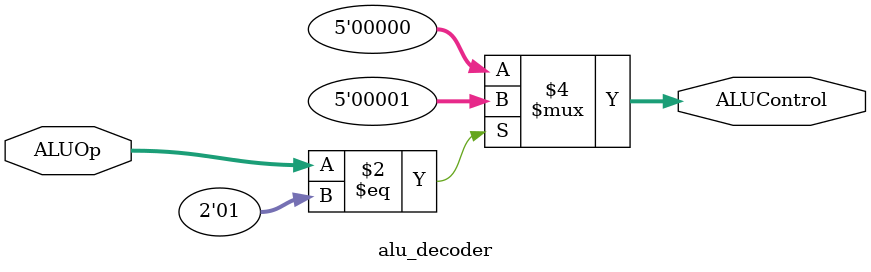
<source format=v>
`timescale 1ns / 1ps
module alu_decoder(
	input [1:0]ALUOp,
	output reg [4:0]ALUControl
);

	always @ (*)
	begin
		if(ALUOp == 2'b01)
		begin
			ALUControl = 5'h1;
		end
		else
		begin
			ALUControl = 5'h0;
		end
	end


endmodule

</source>
